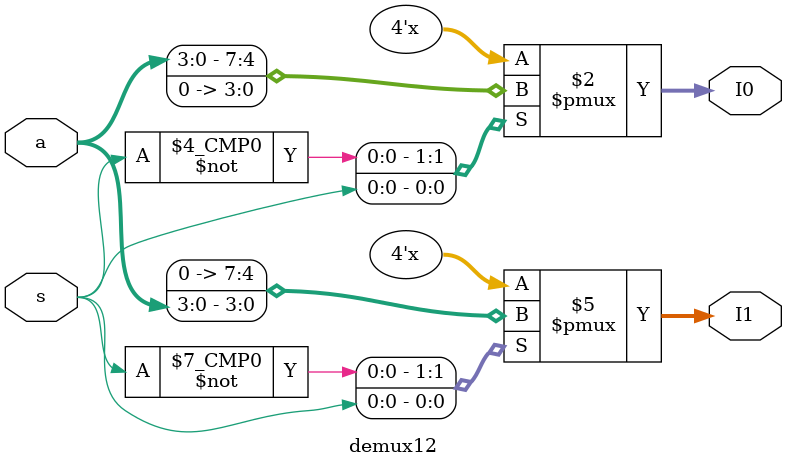
<source format=v>
module demux12 (input [3:0]a, 
		input s, 
		output reg [3:0]I1, I0);
always @(*)
begin
case (s)
1'b0 : begin 
	I1=0;
	I0=a;
	end
1'b1 : begin 
	I1=a;
	I0=0;
	end
endcase
end
endmodule
</source>
